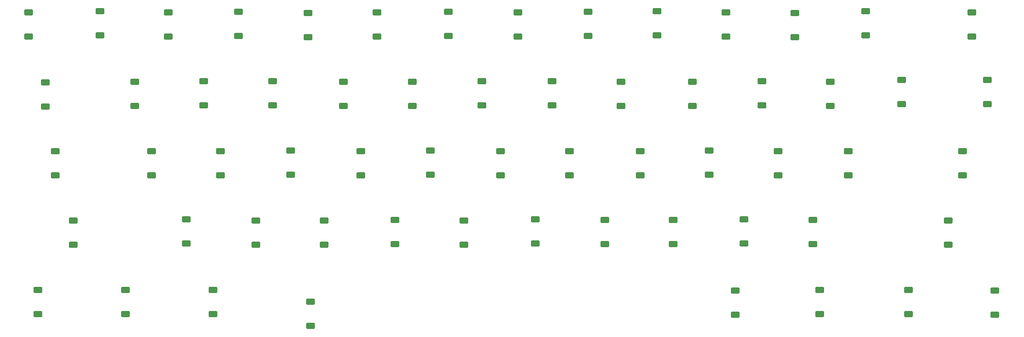
<source format=gbr>
%TF.GenerationSoftware,KiCad,Pcbnew,7.0.9*%
%TF.CreationDate,2024-12-06T21:29:14-05:00*%
%TF.ProjectId,tiny-keeb,74696e79-2d6b-4656-9562-2e6b69636164,rev?*%
%TF.SameCoordinates,Original*%
%TF.FileFunction,Paste,Bot*%
%TF.FilePolarity,Positive*%
%FSLAX46Y46*%
G04 Gerber Fmt 4.6, Leading zero omitted, Abs format (unit mm)*
G04 Created by KiCad (PCBNEW 7.0.9) date 2024-12-06 21:29:14*
%MOMM*%
%LPD*%
G01*
G04 APERTURE LIST*
G04 Aperture macros list*
%AMRoundRect*
0 Rectangle with rounded corners*
0 $1 Rounding radius*
0 $2 $3 $4 $5 $6 $7 $8 $9 X,Y pos of 4 corners*
0 Add a 4 corners polygon primitive as box body*
4,1,4,$2,$3,$4,$5,$6,$7,$8,$9,$2,$3,0*
0 Add four circle primitives for the rounded corners*
1,1,$1+$1,$2,$3*
1,1,$1+$1,$4,$5*
1,1,$1+$1,$6,$7*
1,1,$1+$1,$8,$9*
0 Add four rect primitives between the rounded corners*
20,1,$1+$1,$2,$3,$4,$5,0*
20,1,$1+$1,$4,$5,$6,$7,0*
20,1,$1+$1,$6,$7,$8,$9,0*
20,1,$1+$1,$8,$9,$2,$3,0*%
G04 Aperture macros list end*
%ADD10RoundRect,0.225000X-0.375000X0.225000X-0.375000X-0.225000X0.375000X-0.225000X0.375000X0.225000X0*%
G04 APERTURE END LIST*
D10*
%TO.C,D74*%
X153097000Y-72027500D03*
X153097000Y-75327500D03*
%TD*%
%TO.C,D12*%
X39002000Y-91016000D03*
X39002000Y-94316000D03*
%TD*%
%TO.C,D11*%
X56816000Y-81512500D03*
X56816000Y-84812500D03*
%TD*%
%TO.C,D72*%
X154400000Y-53088000D03*
X154400000Y-56388000D03*
%TD*%
%TO.C,D22*%
X75775000Y-81461500D03*
X75775000Y-84761500D03*
%TD*%
%TO.C,D63*%
X128009000Y-72074500D03*
X128009000Y-75374500D03*
%TD*%
%TO.C,D1*%
X157570000Y-91075500D03*
X157570000Y-94375500D03*
%TD*%
%TO.C,D52*%
X123298000Y-81371500D03*
X123298000Y-84671500D03*
%TD*%
%TO.C,D17*%
X50955000Y-90984500D03*
X50955000Y-94284500D03*
%TD*%
%TO.C,D73*%
X156536000Y-62321000D03*
X156536000Y-65621000D03*
%TD*%
%TO.C,D55*%
X111458000Y-52890000D03*
X111458000Y-56190000D03*
%TD*%
%TO.C,D56*%
X125742000Y-62470500D03*
X125742000Y-65770500D03*
%TD*%
%TO.C,D7*%
X40305000Y-62558500D03*
X40305000Y-65858500D03*
%TD*%
%TO.C,D35*%
X144860000Y-62306000D03*
X144860000Y-65606000D03*
%TD*%
%TO.C,D37*%
X83052000Y-52966500D03*
X83052000Y-56266500D03*
%TD*%
%TO.C,D31*%
X73315000Y-53088000D03*
X73315000Y-56388000D03*
%TD*%
%TO.C,D29*%
X130294000Y-53127000D03*
X130294000Y-56427000D03*
%TD*%
%TO.C,D65*%
X133679000Y-91041500D03*
X133679000Y-94341500D03*
%TD*%
%TO.C,D67*%
X139917000Y-52909500D03*
X139917000Y-56209500D03*
%TD*%
%TO.C,D59*%
X122157000Y-91125000D03*
X122157000Y-94425000D03*
%TD*%
%TO.C,D3*%
X28058000Y-62670500D03*
X28058000Y-65970500D03*
%TD*%
%TO.C,D18*%
X137508000Y-72081500D03*
X137508000Y-75381500D03*
%TD*%
%TO.C,D43*%
X92503000Y-53073000D03*
X92503000Y-56373000D03*
%TD*%
%TO.C,D13*%
X44868000Y-53107500D03*
X44868000Y-56407500D03*
%TD*%
%TO.C,D19*%
X54412000Y-52980000D03*
X54412000Y-56280000D03*
%TD*%
%TO.C,D4*%
X29412000Y-72047000D03*
X29412000Y-75347000D03*
%TD*%
%TO.C,D21*%
X61545000Y-71973000D03*
X61545000Y-75273000D03*
%TD*%
%TO.C,D38*%
X97174000Y-62503000D03*
X97174000Y-65803000D03*
%TD*%
%TO.C,D5*%
X31920000Y-81522500D03*
X31920000Y-84822500D03*
%TD*%
%TO.C,D45*%
X99525000Y-72056500D03*
X99525000Y-75356500D03*
%TD*%
%TO.C,D26*%
X78128000Y-62559000D03*
X78128000Y-65859000D03*
%TD*%
%TO.C,D58*%
X151160000Y-81512000D03*
X151160000Y-84812000D03*
%TD*%
%TO.C,D61*%
X120908000Y-53107000D03*
X120908000Y-56407000D03*
%TD*%
%TO.C,D46*%
X113654000Y-81473000D03*
X113654000Y-84773000D03*
%TD*%
%TO.C,D57*%
X118627000Y-71953000D03*
X118627000Y-75253000D03*
%TD*%
%TO.C,D24*%
X132720000Y-81437500D03*
X132720000Y-84737500D03*
%TD*%
%TO.C,D2*%
X25820000Y-53057000D03*
X25820000Y-56357000D03*
%TD*%
%TO.C,D49*%
X102062000Y-52966500D03*
X102062000Y-56266500D03*
%TD*%
%TO.C,D50*%
X116291000Y-62525500D03*
X116291000Y-65825500D03*
%TD*%
%TO.C,D6*%
X27037000Y-91034500D03*
X27037000Y-94334500D03*
%TD*%
%TO.C,D66*%
X145746000Y-91034000D03*
X145746000Y-94334000D03*
%TD*%
%TO.C,D33*%
X80554000Y-71953000D03*
X80554000Y-75253000D03*
%TD*%
%TO.C,D25*%
X63863000Y-53145000D03*
X63863000Y-56445000D03*
%TD*%
%TO.C,D20*%
X68678000Y-62524500D03*
X68678000Y-65824500D03*
%TD*%
%TO.C,D32*%
X87621000Y-62454000D03*
X87621000Y-65754000D03*
%TD*%
%TO.C,D8*%
X35526000Y-52890500D03*
X35526000Y-56190500D03*
%TD*%
%TO.C,D14*%
X59059000Y-62491500D03*
X59059000Y-65791500D03*
%TD*%
%TO.C,D62*%
X135061000Y-62538000D03*
X135061000Y-65838000D03*
%TD*%
%TO.C,D41*%
X64231000Y-92594500D03*
X64231000Y-95894500D03*
%TD*%
%TO.C,D34*%
X94892000Y-81349000D03*
X94892000Y-84649000D03*
%TD*%
%TO.C,D10*%
X42586000Y-72040000D03*
X42586000Y-75340000D03*
%TD*%
%TO.C,D9*%
X49701000Y-62503500D03*
X49701000Y-65803500D03*
%TD*%
%TO.C,D16*%
X66127000Y-81559500D03*
X66127000Y-84859500D03*
%TD*%
%TO.C,D23*%
X47279000Y-81316500D03*
X47279000Y-84616500D03*
%TD*%
%TO.C,D15*%
X51952000Y-72070500D03*
X51952000Y-75370500D03*
%TD*%
%TO.C,D51*%
X109177000Y-72084500D03*
X109177000Y-75384500D03*
%TD*%
%TO.C,D27*%
X71080000Y-72059500D03*
X71080000Y-75359500D03*
%TD*%
%TO.C,D28*%
X85180000Y-81505000D03*
X85180000Y-84805000D03*
%TD*%
%TO.C,D39*%
X90167000Y-72029500D03*
X90167000Y-75329500D03*
%TD*%
%TO.C,D40*%
X104343000Y-81425500D03*
X104343000Y-84725500D03*
%TD*%
%TO.C,D44*%
X106566000Y-62545000D03*
X106566000Y-65845000D03*
%TD*%
M02*

</source>
